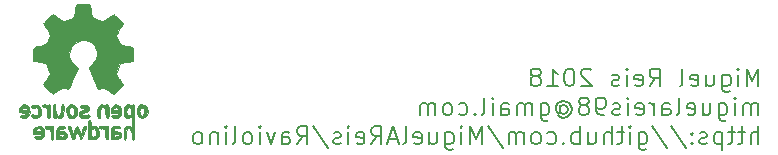
<source format=gbo>
G04 #@! TF.FileFunction,Legend,Bot*
%FSLAX46Y46*%
G04 Gerber Fmt 4.6, Leading zero omitted, Abs format (unit mm)*
G04 Created by KiCad (PCBNEW 4.0.7) date 04/25/18 19:10:17*
%MOMM*%
%LPD*%
G01*
G04 APERTURE LIST*
%ADD10C,0.100000*%
%ADD11C,0.200000*%
%ADD12C,0.010000*%
G04 APERTURE END LIST*
D10*
D11*
X175410857Y-80778571D02*
X175410857Y-79278571D01*
X174910857Y-80350000D01*
X174410857Y-79278571D01*
X174410857Y-80778571D01*
X173696571Y-80778571D02*
X173696571Y-79778571D01*
X173696571Y-79278571D02*
X173768000Y-79350000D01*
X173696571Y-79421429D01*
X173625143Y-79350000D01*
X173696571Y-79278571D01*
X173696571Y-79421429D01*
X172339428Y-79778571D02*
X172339428Y-80992857D01*
X172410857Y-81135714D01*
X172482285Y-81207143D01*
X172625142Y-81278571D01*
X172839428Y-81278571D01*
X172982285Y-81207143D01*
X172339428Y-80707143D02*
X172482285Y-80778571D01*
X172767999Y-80778571D01*
X172910857Y-80707143D01*
X172982285Y-80635714D01*
X173053714Y-80492857D01*
X173053714Y-80064286D01*
X172982285Y-79921429D01*
X172910857Y-79850000D01*
X172767999Y-79778571D01*
X172482285Y-79778571D01*
X172339428Y-79850000D01*
X170982285Y-79778571D02*
X170982285Y-80778571D01*
X171625142Y-79778571D02*
X171625142Y-80564286D01*
X171553714Y-80707143D01*
X171410856Y-80778571D01*
X171196571Y-80778571D01*
X171053714Y-80707143D01*
X170982285Y-80635714D01*
X169696571Y-80707143D02*
X169839428Y-80778571D01*
X170125142Y-80778571D01*
X170267999Y-80707143D01*
X170339428Y-80564286D01*
X170339428Y-79992857D01*
X170267999Y-79850000D01*
X170125142Y-79778571D01*
X169839428Y-79778571D01*
X169696571Y-79850000D01*
X169625142Y-79992857D01*
X169625142Y-80135714D01*
X170339428Y-80278571D01*
X168767999Y-80778571D02*
X168910857Y-80707143D01*
X168982285Y-80564286D01*
X168982285Y-79278571D01*
X166196571Y-80778571D02*
X166696571Y-80064286D01*
X167053714Y-80778571D02*
X167053714Y-79278571D01*
X166482286Y-79278571D01*
X166339428Y-79350000D01*
X166268000Y-79421429D01*
X166196571Y-79564286D01*
X166196571Y-79778571D01*
X166268000Y-79921429D01*
X166339428Y-79992857D01*
X166482286Y-80064286D01*
X167053714Y-80064286D01*
X164982286Y-80707143D02*
X165125143Y-80778571D01*
X165410857Y-80778571D01*
X165553714Y-80707143D01*
X165625143Y-80564286D01*
X165625143Y-79992857D01*
X165553714Y-79850000D01*
X165410857Y-79778571D01*
X165125143Y-79778571D01*
X164982286Y-79850000D01*
X164910857Y-79992857D01*
X164910857Y-80135714D01*
X165625143Y-80278571D01*
X164268000Y-80778571D02*
X164268000Y-79778571D01*
X164268000Y-79278571D02*
X164339429Y-79350000D01*
X164268000Y-79421429D01*
X164196572Y-79350000D01*
X164268000Y-79278571D01*
X164268000Y-79421429D01*
X163625143Y-80707143D02*
X163482286Y-80778571D01*
X163196571Y-80778571D01*
X163053714Y-80707143D01*
X162982286Y-80564286D01*
X162982286Y-80492857D01*
X163053714Y-80350000D01*
X163196571Y-80278571D01*
X163410857Y-80278571D01*
X163553714Y-80207143D01*
X163625143Y-80064286D01*
X163625143Y-79992857D01*
X163553714Y-79850000D01*
X163410857Y-79778571D01*
X163196571Y-79778571D01*
X163053714Y-79850000D01*
X161268000Y-79421429D02*
X161196571Y-79350000D01*
X161053714Y-79278571D01*
X160696571Y-79278571D01*
X160553714Y-79350000D01*
X160482285Y-79421429D01*
X160410857Y-79564286D01*
X160410857Y-79707143D01*
X160482285Y-79921429D01*
X161339428Y-80778571D01*
X160410857Y-80778571D01*
X159482286Y-79278571D02*
X159339429Y-79278571D01*
X159196572Y-79350000D01*
X159125143Y-79421429D01*
X159053714Y-79564286D01*
X158982286Y-79850000D01*
X158982286Y-80207143D01*
X159053714Y-80492857D01*
X159125143Y-80635714D01*
X159196572Y-80707143D01*
X159339429Y-80778571D01*
X159482286Y-80778571D01*
X159625143Y-80707143D01*
X159696572Y-80635714D01*
X159768000Y-80492857D01*
X159839429Y-80207143D01*
X159839429Y-79850000D01*
X159768000Y-79564286D01*
X159696572Y-79421429D01*
X159625143Y-79350000D01*
X159482286Y-79278571D01*
X157553715Y-80778571D02*
X158410858Y-80778571D01*
X157982286Y-80778571D02*
X157982286Y-79278571D01*
X158125143Y-79492857D01*
X158268001Y-79635714D01*
X158410858Y-79707143D01*
X156696572Y-79921429D02*
X156839430Y-79850000D01*
X156910858Y-79778571D01*
X156982287Y-79635714D01*
X156982287Y-79564286D01*
X156910858Y-79421429D01*
X156839430Y-79350000D01*
X156696572Y-79278571D01*
X156410858Y-79278571D01*
X156268001Y-79350000D01*
X156196572Y-79421429D01*
X156125144Y-79564286D01*
X156125144Y-79635714D01*
X156196572Y-79778571D01*
X156268001Y-79850000D01*
X156410858Y-79921429D01*
X156696572Y-79921429D01*
X156839430Y-79992857D01*
X156910858Y-80064286D01*
X156982287Y-80207143D01*
X156982287Y-80492857D01*
X156910858Y-80635714D01*
X156839430Y-80707143D01*
X156696572Y-80778571D01*
X156410858Y-80778571D01*
X156268001Y-80707143D01*
X156196572Y-80635714D01*
X156125144Y-80492857D01*
X156125144Y-80207143D01*
X156196572Y-80064286D01*
X156268001Y-79992857D01*
X156410858Y-79921429D01*
X175410857Y-83228571D02*
X175410857Y-82228571D01*
X175410857Y-82371429D02*
X175339429Y-82300000D01*
X175196571Y-82228571D01*
X174982286Y-82228571D01*
X174839429Y-82300000D01*
X174768000Y-82442857D01*
X174768000Y-83228571D01*
X174768000Y-82442857D02*
X174696571Y-82300000D01*
X174553714Y-82228571D01*
X174339429Y-82228571D01*
X174196571Y-82300000D01*
X174125143Y-82442857D01*
X174125143Y-83228571D01*
X173410857Y-83228571D02*
X173410857Y-82228571D01*
X173410857Y-81728571D02*
X173482286Y-81800000D01*
X173410857Y-81871429D01*
X173339429Y-81800000D01*
X173410857Y-81728571D01*
X173410857Y-81871429D01*
X172053714Y-82228571D02*
X172053714Y-83442857D01*
X172125143Y-83585714D01*
X172196571Y-83657143D01*
X172339428Y-83728571D01*
X172553714Y-83728571D01*
X172696571Y-83657143D01*
X172053714Y-83157143D02*
X172196571Y-83228571D01*
X172482285Y-83228571D01*
X172625143Y-83157143D01*
X172696571Y-83085714D01*
X172768000Y-82942857D01*
X172768000Y-82514286D01*
X172696571Y-82371429D01*
X172625143Y-82300000D01*
X172482285Y-82228571D01*
X172196571Y-82228571D01*
X172053714Y-82300000D01*
X170696571Y-82228571D02*
X170696571Y-83228571D01*
X171339428Y-82228571D02*
X171339428Y-83014286D01*
X171268000Y-83157143D01*
X171125142Y-83228571D01*
X170910857Y-83228571D01*
X170768000Y-83157143D01*
X170696571Y-83085714D01*
X169410857Y-83157143D02*
X169553714Y-83228571D01*
X169839428Y-83228571D01*
X169982285Y-83157143D01*
X170053714Y-83014286D01*
X170053714Y-82442857D01*
X169982285Y-82300000D01*
X169839428Y-82228571D01*
X169553714Y-82228571D01*
X169410857Y-82300000D01*
X169339428Y-82442857D01*
X169339428Y-82585714D01*
X170053714Y-82728571D01*
X168482285Y-83228571D02*
X168625143Y-83157143D01*
X168696571Y-83014286D01*
X168696571Y-81728571D01*
X167268000Y-83228571D02*
X167268000Y-82442857D01*
X167339429Y-82300000D01*
X167482286Y-82228571D01*
X167768000Y-82228571D01*
X167910857Y-82300000D01*
X167268000Y-83157143D02*
X167410857Y-83228571D01*
X167768000Y-83228571D01*
X167910857Y-83157143D01*
X167982286Y-83014286D01*
X167982286Y-82871429D01*
X167910857Y-82728571D01*
X167768000Y-82657143D01*
X167410857Y-82657143D01*
X167268000Y-82585714D01*
X166553714Y-83228571D02*
X166553714Y-82228571D01*
X166553714Y-82514286D02*
X166482286Y-82371429D01*
X166410857Y-82300000D01*
X166268000Y-82228571D01*
X166125143Y-82228571D01*
X165053715Y-83157143D02*
X165196572Y-83228571D01*
X165482286Y-83228571D01*
X165625143Y-83157143D01*
X165696572Y-83014286D01*
X165696572Y-82442857D01*
X165625143Y-82300000D01*
X165482286Y-82228571D01*
X165196572Y-82228571D01*
X165053715Y-82300000D01*
X164982286Y-82442857D01*
X164982286Y-82585714D01*
X165696572Y-82728571D01*
X164339429Y-83228571D02*
X164339429Y-82228571D01*
X164339429Y-81728571D02*
X164410858Y-81800000D01*
X164339429Y-81871429D01*
X164268001Y-81800000D01*
X164339429Y-81728571D01*
X164339429Y-81871429D01*
X163696572Y-83157143D02*
X163553715Y-83228571D01*
X163268000Y-83228571D01*
X163125143Y-83157143D01*
X163053715Y-83014286D01*
X163053715Y-82942857D01*
X163125143Y-82800000D01*
X163268000Y-82728571D01*
X163482286Y-82728571D01*
X163625143Y-82657143D01*
X163696572Y-82514286D01*
X163696572Y-82442857D01*
X163625143Y-82300000D01*
X163482286Y-82228571D01*
X163268000Y-82228571D01*
X163125143Y-82300000D01*
X162339429Y-83228571D02*
X162053714Y-83228571D01*
X161910857Y-83157143D01*
X161839429Y-83085714D01*
X161696571Y-82871429D01*
X161625143Y-82585714D01*
X161625143Y-82014286D01*
X161696571Y-81871429D01*
X161768000Y-81800000D01*
X161910857Y-81728571D01*
X162196571Y-81728571D01*
X162339429Y-81800000D01*
X162410857Y-81871429D01*
X162482286Y-82014286D01*
X162482286Y-82371429D01*
X162410857Y-82514286D01*
X162339429Y-82585714D01*
X162196571Y-82657143D01*
X161910857Y-82657143D01*
X161768000Y-82585714D01*
X161696571Y-82514286D01*
X161625143Y-82371429D01*
X160768000Y-82371429D02*
X160910858Y-82300000D01*
X160982286Y-82228571D01*
X161053715Y-82085714D01*
X161053715Y-82014286D01*
X160982286Y-81871429D01*
X160910858Y-81800000D01*
X160768000Y-81728571D01*
X160482286Y-81728571D01*
X160339429Y-81800000D01*
X160268000Y-81871429D01*
X160196572Y-82014286D01*
X160196572Y-82085714D01*
X160268000Y-82228571D01*
X160339429Y-82300000D01*
X160482286Y-82371429D01*
X160768000Y-82371429D01*
X160910858Y-82442857D01*
X160982286Y-82514286D01*
X161053715Y-82657143D01*
X161053715Y-82942857D01*
X160982286Y-83085714D01*
X160910858Y-83157143D01*
X160768000Y-83228571D01*
X160482286Y-83228571D01*
X160339429Y-83157143D01*
X160268000Y-83085714D01*
X160196572Y-82942857D01*
X160196572Y-82657143D01*
X160268000Y-82514286D01*
X160339429Y-82442857D01*
X160482286Y-82371429D01*
X158625144Y-82514286D02*
X158696572Y-82442857D01*
X158839429Y-82371429D01*
X158982287Y-82371429D01*
X159125144Y-82442857D01*
X159196572Y-82514286D01*
X159268001Y-82657143D01*
X159268001Y-82800000D01*
X159196572Y-82942857D01*
X159125144Y-83014286D01*
X158982287Y-83085714D01*
X158839429Y-83085714D01*
X158696572Y-83014286D01*
X158625144Y-82942857D01*
X158625144Y-82371429D02*
X158625144Y-82942857D01*
X158553715Y-83014286D01*
X158482287Y-83014286D01*
X158339429Y-82942857D01*
X158268001Y-82800000D01*
X158268001Y-82442857D01*
X158410858Y-82228571D01*
X158625144Y-82085714D01*
X158910858Y-82014286D01*
X159196572Y-82085714D01*
X159410858Y-82228571D01*
X159553715Y-82442857D01*
X159625144Y-82728571D01*
X159553715Y-83014286D01*
X159410858Y-83228571D01*
X159196572Y-83371429D01*
X158910858Y-83442857D01*
X158625144Y-83371429D01*
X158410858Y-83228571D01*
X156982287Y-82228571D02*
X156982287Y-83442857D01*
X157053716Y-83585714D01*
X157125144Y-83657143D01*
X157268001Y-83728571D01*
X157482287Y-83728571D01*
X157625144Y-83657143D01*
X156982287Y-83157143D02*
X157125144Y-83228571D01*
X157410858Y-83228571D01*
X157553716Y-83157143D01*
X157625144Y-83085714D01*
X157696573Y-82942857D01*
X157696573Y-82514286D01*
X157625144Y-82371429D01*
X157553716Y-82300000D01*
X157410858Y-82228571D01*
X157125144Y-82228571D01*
X156982287Y-82300000D01*
X156268001Y-83228571D02*
X156268001Y-82228571D01*
X156268001Y-82371429D02*
X156196573Y-82300000D01*
X156053715Y-82228571D01*
X155839430Y-82228571D01*
X155696573Y-82300000D01*
X155625144Y-82442857D01*
X155625144Y-83228571D01*
X155625144Y-82442857D02*
X155553715Y-82300000D01*
X155410858Y-82228571D01*
X155196573Y-82228571D01*
X155053715Y-82300000D01*
X154982287Y-82442857D01*
X154982287Y-83228571D01*
X153625144Y-83228571D02*
X153625144Y-82442857D01*
X153696573Y-82300000D01*
X153839430Y-82228571D01*
X154125144Y-82228571D01*
X154268001Y-82300000D01*
X153625144Y-83157143D02*
X153768001Y-83228571D01*
X154125144Y-83228571D01*
X154268001Y-83157143D01*
X154339430Y-83014286D01*
X154339430Y-82871429D01*
X154268001Y-82728571D01*
X154125144Y-82657143D01*
X153768001Y-82657143D01*
X153625144Y-82585714D01*
X152910858Y-83228571D02*
X152910858Y-82228571D01*
X152910858Y-81728571D02*
X152982287Y-81800000D01*
X152910858Y-81871429D01*
X152839430Y-81800000D01*
X152910858Y-81728571D01*
X152910858Y-81871429D01*
X151982286Y-83228571D02*
X152125144Y-83157143D01*
X152196572Y-83014286D01*
X152196572Y-81728571D01*
X151410858Y-83085714D02*
X151339430Y-83157143D01*
X151410858Y-83228571D01*
X151482287Y-83157143D01*
X151410858Y-83085714D01*
X151410858Y-83228571D01*
X150053715Y-83157143D02*
X150196572Y-83228571D01*
X150482286Y-83228571D01*
X150625144Y-83157143D01*
X150696572Y-83085714D01*
X150768001Y-82942857D01*
X150768001Y-82514286D01*
X150696572Y-82371429D01*
X150625144Y-82300000D01*
X150482286Y-82228571D01*
X150196572Y-82228571D01*
X150053715Y-82300000D01*
X149196572Y-83228571D02*
X149339430Y-83157143D01*
X149410858Y-83085714D01*
X149482287Y-82942857D01*
X149482287Y-82514286D01*
X149410858Y-82371429D01*
X149339430Y-82300000D01*
X149196572Y-82228571D01*
X148982287Y-82228571D01*
X148839430Y-82300000D01*
X148768001Y-82371429D01*
X148696572Y-82514286D01*
X148696572Y-82942857D01*
X148768001Y-83085714D01*
X148839430Y-83157143D01*
X148982287Y-83228571D01*
X149196572Y-83228571D01*
X148053715Y-83228571D02*
X148053715Y-82228571D01*
X148053715Y-82371429D02*
X147982287Y-82300000D01*
X147839429Y-82228571D01*
X147625144Y-82228571D01*
X147482287Y-82300000D01*
X147410858Y-82442857D01*
X147410858Y-83228571D01*
X147410858Y-82442857D02*
X147339429Y-82300000D01*
X147196572Y-82228571D01*
X146982287Y-82228571D01*
X146839429Y-82300000D01*
X146768001Y-82442857D01*
X146768001Y-83228571D01*
X175410857Y-85678571D02*
X175410857Y-84178571D01*
X174768000Y-85678571D02*
X174768000Y-84892857D01*
X174839429Y-84750000D01*
X174982286Y-84678571D01*
X175196571Y-84678571D01*
X175339429Y-84750000D01*
X175410857Y-84821429D01*
X174268000Y-84678571D02*
X173696571Y-84678571D01*
X174053714Y-84178571D02*
X174053714Y-85464286D01*
X173982286Y-85607143D01*
X173839428Y-85678571D01*
X173696571Y-85678571D01*
X173410857Y-84678571D02*
X172839428Y-84678571D01*
X173196571Y-84178571D02*
X173196571Y-85464286D01*
X173125143Y-85607143D01*
X172982285Y-85678571D01*
X172839428Y-85678571D01*
X172339428Y-84678571D02*
X172339428Y-86178571D01*
X172339428Y-84750000D02*
X172196571Y-84678571D01*
X171910857Y-84678571D01*
X171768000Y-84750000D01*
X171696571Y-84821429D01*
X171625142Y-84964286D01*
X171625142Y-85392857D01*
X171696571Y-85535714D01*
X171768000Y-85607143D01*
X171910857Y-85678571D01*
X172196571Y-85678571D01*
X172339428Y-85607143D01*
X171053714Y-85607143D02*
X170910857Y-85678571D01*
X170625142Y-85678571D01*
X170482285Y-85607143D01*
X170410857Y-85464286D01*
X170410857Y-85392857D01*
X170482285Y-85250000D01*
X170625142Y-85178571D01*
X170839428Y-85178571D01*
X170982285Y-85107143D01*
X171053714Y-84964286D01*
X171053714Y-84892857D01*
X170982285Y-84750000D01*
X170839428Y-84678571D01*
X170625142Y-84678571D01*
X170482285Y-84750000D01*
X169767999Y-85535714D02*
X169696571Y-85607143D01*
X169767999Y-85678571D01*
X169839428Y-85607143D01*
X169767999Y-85535714D01*
X169767999Y-85678571D01*
X169767999Y-84750000D02*
X169696571Y-84821429D01*
X169767999Y-84892857D01*
X169839428Y-84821429D01*
X169767999Y-84750000D01*
X169767999Y-84892857D01*
X167982285Y-84107143D02*
X169267999Y-86035714D01*
X166410856Y-84107143D02*
X167696570Y-86035714D01*
X165267998Y-84678571D02*
X165267998Y-85892857D01*
X165339427Y-86035714D01*
X165410855Y-86107143D01*
X165553712Y-86178571D01*
X165767998Y-86178571D01*
X165910855Y-86107143D01*
X165267998Y-85607143D02*
X165410855Y-85678571D01*
X165696569Y-85678571D01*
X165839427Y-85607143D01*
X165910855Y-85535714D01*
X165982284Y-85392857D01*
X165982284Y-84964286D01*
X165910855Y-84821429D01*
X165839427Y-84750000D01*
X165696569Y-84678571D01*
X165410855Y-84678571D01*
X165267998Y-84750000D01*
X164553712Y-85678571D02*
X164553712Y-84678571D01*
X164553712Y-84178571D02*
X164625141Y-84250000D01*
X164553712Y-84321429D01*
X164482284Y-84250000D01*
X164553712Y-84178571D01*
X164553712Y-84321429D01*
X164053712Y-84678571D02*
X163482283Y-84678571D01*
X163839426Y-84178571D02*
X163839426Y-85464286D01*
X163767998Y-85607143D01*
X163625140Y-85678571D01*
X163482283Y-85678571D01*
X162982283Y-85678571D02*
X162982283Y-84178571D01*
X162339426Y-85678571D02*
X162339426Y-84892857D01*
X162410855Y-84750000D01*
X162553712Y-84678571D01*
X162767997Y-84678571D01*
X162910855Y-84750000D01*
X162982283Y-84821429D01*
X160982283Y-84678571D02*
X160982283Y-85678571D01*
X161625140Y-84678571D02*
X161625140Y-85464286D01*
X161553712Y-85607143D01*
X161410854Y-85678571D01*
X161196569Y-85678571D01*
X161053712Y-85607143D01*
X160982283Y-85535714D01*
X160267997Y-85678571D02*
X160267997Y-84178571D01*
X160267997Y-84750000D02*
X160125140Y-84678571D01*
X159839426Y-84678571D01*
X159696569Y-84750000D01*
X159625140Y-84821429D01*
X159553711Y-84964286D01*
X159553711Y-85392857D01*
X159625140Y-85535714D01*
X159696569Y-85607143D01*
X159839426Y-85678571D01*
X160125140Y-85678571D01*
X160267997Y-85607143D01*
X158910854Y-85535714D02*
X158839426Y-85607143D01*
X158910854Y-85678571D01*
X158982283Y-85607143D01*
X158910854Y-85535714D01*
X158910854Y-85678571D01*
X157553711Y-85607143D02*
X157696568Y-85678571D01*
X157982282Y-85678571D01*
X158125140Y-85607143D01*
X158196568Y-85535714D01*
X158267997Y-85392857D01*
X158267997Y-84964286D01*
X158196568Y-84821429D01*
X158125140Y-84750000D01*
X157982282Y-84678571D01*
X157696568Y-84678571D01*
X157553711Y-84750000D01*
X156696568Y-85678571D02*
X156839426Y-85607143D01*
X156910854Y-85535714D01*
X156982283Y-85392857D01*
X156982283Y-84964286D01*
X156910854Y-84821429D01*
X156839426Y-84750000D01*
X156696568Y-84678571D01*
X156482283Y-84678571D01*
X156339426Y-84750000D01*
X156267997Y-84821429D01*
X156196568Y-84964286D01*
X156196568Y-85392857D01*
X156267997Y-85535714D01*
X156339426Y-85607143D01*
X156482283Y-85678571D01*
X156696568Y-85678571D01*
X155553711Y-85678571D02*
X155553711Y-84678571D01*
X155553711Y-84821429D02*
X155482283Y-84750000D01*
X155339425Y-84678571D01*
X155125140Y-84678571D01*
X154982283Y-84750000D01*
X154910854Y-84892857D01*
X154910854Y-85678571D01*
X154910854Y-84892857D02*
X154839425Y-84750000D01*
X154696568Y-84678571D01*
X154482283Y-84678571D01*
X154339425Y-84750000D01*
X154267997Y-84892857D01*
X154267997Y-85678571D01*
X152482283Y-84107143D02*
X153767997Y-86035714D01*
X151982282Y-85678571D02*
X151982282Y-84178571D01*
X151482282Y-85250000D01*
X150982282Y-84178571D01*
X150982282Y-85678571D01*
X150267996Y-85678571D02*
X150267996Y-84678571D01*
X150267996Y-84178571D02*
X150339425Y-84250000D01*
X150267996Y-84321429D01*
X150196568Y-84250000D01*
X150267996Y-84178571D01*
X150267996Y-84321429D01*
X148910853Y-84678571D02*
X148910853Y-85892857D01*
X148982282Y-86035714D01*
X149053710Y-86107143D01*
X149196567Y-86178571D01*
X149410853Y-86178571D01*
X149553710Y-86107143D01*
X148910853Y-85607143D02*
X149053710Y-85678571D01*
X149339424Y-85678571D01*
X149482282Y-85607143D01*
X149553710Y-85535714D01*
X149625139Y-85392857D01*
X149625139Y-84964286D01*
X149553710Y-84821429D01*
X149482282Y-84750000D01*
X149339424Y-84678571D01*
X149053710Y-84678571D01*
X148910853Y-84750000D01*
X147553710Y-84678571D02*
X147553710Y-85678571D01*
X148196567Y-84678571D02*
X148196567Y-85464286D01*
X148125139Y-85607143D01*
X147982281Y-85678571D01*
X147767996Y-85678571D01*
X147625139Y-85607143D01*
X147553710Y-85535714D01*
X146267996Y-85607143D02*
X146410853Y-85678571D01*
X146696567Y-85678571D01*
X146839424Y-85607143D01*
X146910853Y-85464286D01*
X146910853Y-84892857D01*
X146839424Y-84750000D01*
X146696567Y-84678571D01*
X146410853Y-84678571D01*
X146267996Y-84750000D01*
X146196567Y-84892857D01*
X146196567Y-85035714D01*
X146910853Y-85178571D01*
X145339424Y-85678571D02*
X145482282Y-85607143D01*
X145553710Y-85464286D01*
X145553710Y-84178571D01*
X144839425Y-85250000D02*
X144125139Y-85250000D01*
X144982282Y-85678571D02*
X144482282Y-84178571D01*
X143982282Y-85678571D01*
X142625139Y-85678571D02*
X143125139Y-84964286D01*
X143482282Y-85678571D02*
X143482282Y-84178571D01*
X142910854Y-84178571D01*
X142767996Y-84250000D01*
X142696568Y-84321429D01*
X142625139Y-84464286D01*
X142625139Y-84678571D01*
X142696568Y-84821429D01*
X142767996Y-84892857D01*
X142910854Y-84964286D01*
X143482282Y-84964286D01*
X141410854Y-85607143D02*
X141553711Y-85678571D01*
X141839425Y-85678571D01*
X141982282Y-85607143D01*
X142053711Y-85464286D01*
X142053711Y-84892857D01*
X141982282Y-84750000D01*
X141839425Y-84678571D01*
X141553711Y-84678571D01*
X141410854Y-84750000D01*
X141339425Y-84892857D01*
X141339425Y-85035714D01*
X142053711Y-85178571D01*
X140696568Y-85678571D02*
X140696568Y-84678571D01*
X140696568Y-84178571D02*
X140767997Y-84250000D01*
X140696568Y-84321429D01*
X140625140Y-84250000D01*
X140696568Y-84178571D01*
X140696568Y-84321429D01*
X140053711Y-85607143D02*
X139910854Y-85678571D01*
X139625139Y-85678571D01*
X139482282Y-85607143D01*
X139410854Y-85464286D01*
X139410854Y-85392857D01*
X139482282Y-85250000D01*
X139625139Y-85178571D01*
X139839425Y-85178571D01*
X139982282Y-85107143D01*
X140053711Y-84964286D01*
X140053711Y-84892857D01*
X139982282Y-84750000D01*
X139839425Y-84678571D01*
X139625139Y-84678571D01*
X139482282Y-84750000D01*
X137696568Y-84107143D02*
X138982282Y-86035714D01*
X136339424Y-85678571D02*
X136839424Y-84964286D01*
X137196567Y-85678571D02*
X137196567Y-84178571D01*
X136625139Y-84178571D01*
X136482281Y-84250000D01*
X136410853Y-84321429D01*
X136339424Y-84464286D01*
X136339424Y-84678571D01*
X136410853Y-84821429D01*
X136482281Y-84892857D01*
X136625139Y-84964286D01*
X137196567Y-84964286D01*
X135053710Y-85678571D02*
X135053710Y-84892857D01*
X135125139Y-84750000D01*
X135267996Y-84678571D01*
X135553710Y-84678571D01*
X135696567Y-84750000D01*
X135053710Y-85607143D02*
X135196567Y-85678571D01*
X135553710Y-85678571D01*
X135696567Y-85607143D01*
X135767996Y-85464286D01*
X135767996Y-85321429D01*
X135696567Y-85178571D01*
X135553710Y-85107143D01*
X135196567Y-85107143D01*
X135053710Y-85035714D01*
X134482281Y-84678571D02*
X134125138Y-85678571D01*
X133767996Y-84678571D01*
X133196567Y-85678571D02*
X133196567Y-84678571D01*
X133196567Y-84178571D02*
X133267996Y-84250000D01*
X133196567Y-84321429D01*
X133125139Y-84250000D01*
X133196567Y-84178571D01*
X133196567Y-84321429D01*
X132267995Y-85678571D02*
X132410853Y-85607143D01*
X132482281Y-85535714D01*
X132553710Y-85392857D01*
X132553710Y-84964286D01*
X132482281Y-84821429D01*
X132410853Y-84750000D01*
X132267995Y-84678571D01*
X132053710Y-84678571D01*
X131910853Y-84750000D01*
X131839424Y-84821429D01*
X131767995Y-84964286D01*
X131767995Y-85392857D01*
X131839424Y-85535714D01*
X131910853Y-85607143D01*
X132053710Y-85678571D01*
X132267995Y-85678571D01*
X130910852Y-85678571D02*
X131053710Y-85607143D01*
X131125138Y-85464286D01*
X131125138Y-84178571D01*
X130339424Y-85678571D02*
X130339424Y-84678571D01*
X130339424Y-84178571D02*
X130410853Y-84250000D01*
X130339424Y-84321429D01*
X130267996Y-84250000D01*
X130339424Y-84178571D01*
X130339424Y-84321429D01*
X129625138Y-84678571D02*
X129625138Y-85678571D01*
X129625138Y-84821429D02*
X129553710Y-84750000D01*
X129410852Y-84678571D01*
X129196567Y-84678571D01*
X129053710Y-84750000D01*
X128982281Y-84892857D01*
X128982281Y-85678571D01*
X128053709Y-85678571D02*
X128196567Y-85607143D01*
X128267995Y-85535714D01*
X128339424Y-85392857D01*
X128339424Y-84964286D01*
X128267995Y-84821429D01*
X128196567Y-84750000D01*
X128053709Y-84678571D01*
X127839424Y-84678571D01*
X127696567Y-84750000D01*
X127625138Y-84821429D01*
X127553709Y-84964286D01*
X127553709Y-85392857D01*
X127625138Y-85535714D01*
X127696567Y-85607143D01*
X127839424Y-85678571D01*
X128053709Y-85678571D01*
D12*
G36*
X122375265Y-82331470D02*
X122364500Y-82361734D01*
X122325629Y-82395034D01*
X122241675Y-82361734D01*
X122029944Y-82300057D01*
X121857420Y-82352527D01*
X121734576Y-82509587D01*
X121671886Y-82761676D01*
X121666000Y-82887113D01*
X121694876Y-83183603D01*
X121784410Y-83370389D01*
X121938969Y-83451610D01*
X122162917Y-83431402D01*
X122221625Y-83413856D01*
X122298428Y-83395576D01*
X122341198Y-83421417D01*
X122359879Y-83516714D01*
X122364412Y-83706803D01*
X122364500Y-83777928D01*
X122364500Y-84188915D01*
X122121872Y-84156371D01*
X121921687Y-84151270D01*
X121787630Y-84210537D01*
X121708204Y-84350625D01*
X121671911Y-84587991D01*
X121666000Y-84808785D01*
X121671070Y-85058624D01*
X121689378Y-85204779D01*
X121725574Y-85270274D01*
X121761250Y-85280500D01*
X121818395Y-85249447D01*
X121847993Y-85140322D01*
X121856500Y-84929174D01*
X121856501Y-84927075D01*
X121878432Y-84617753D01*
X121945893Y-84422106D01*
X122061386Y-84334320D01*
X122114306Y-84328000D01*
X122238189Y-84387401D01*
X122321519Y-84560616D01*
X122361365Y-84840157D01*
X122364500Y-84967133D01*
X122374952Y-85165345D01*
X122411062Y-85261389D01*
X122459750Y-85280500D01*
X122490338Y-85265823D01*
X122513736Y-85212215D01*
X122530862Y-85105312D01*
X122542633Y-84930747D01*
X122549967Y-84674155D01*
X122553779Y-84321172D01*
X122554987Y-83857432D01*
X122555000Y-83788250D01*
X122554064Y-83309053D01*
X122550642Y-82942481D01*
X122548543Y-82859934D01*
X122335443Y-82859934D01*
X122330969Y-82962198D01*
X122283616Y-83113653D01*
X122271243Y-83153250D01*
X122195032Y-83240095D01*
X122078644Y-83240573D01*
X121965771Y-83163687D01*
X121916343Y-83080131D01*
X121884170Y-82880075D01*
X121928153Y-82701204D01*
X122034081Y-82583759D01*
X122099497Y-82561471D01*
X122223548Y-82585875D01*
X122299117Y-82703795D01*
X122335443Y-82859934D01*
X122548543Y-82859934D01*
X122543818Y-82674169D01*
X122532676Y-82489752D01*
X122516298Y-82374863D01*
X122493767Y-82315139D01*
X122464166Y-82296212D01*
X122459750Y-82296000D01*
X122375265Y-82331470D01*
X122375265Y-82331470D01*
G37*
X122375265Y-82331470D02*
X122364500Y-82361734D01*
X122325629Y-82395034D01*
X122241675Y-82361734D01*
X122029944Y-82300057D01*
X121857420Y-82352527D01*
X121734576Y-82509587D01*
X121671886Y-82761676D01*
X121666000Y-82887113D01*
X121694876Y-83183603D01*
X121784410Y-83370389D01*
X121938969Y-83451610D01*
X122162917Y-83431402D01*
X122221625Y-83413856D01*
X122298428Y-83395576D01*
X122341198Y-83421417D01*
X122359879Y-83516714D01*
X122364412Y-83706803D01*
X122364500Y-83777928D01*
X122364500Y-84188915D01*
X122121872Y-84156371D01*
X121921687Y-84151270D01*
X121787630Y-84210537D01*
X121708204Y-84350625D01*
X121671911Y-84587991D01*
X121666000Y-84808785D01*
X121671070Y-85058624D01*
X121689378Y-85204779D01*
X121725574Y-85270274D01*
X121761250Y-85280500D01*
X121818395Y-85249447D01*
X121847993Y-85140322D01*
X121856500Y-84929174D01*
X121856501Y-84927075D01*
X121878432Y-84617753D01*
X121945893Y-84422106D01*
X122061386Y-84334320D01*
X122114306Y-84328000D01*
X122238189Y-84387401D01*
X122321519Y-84560616D01*
X122361365Y-84840157D01*
X122364500Y-84967133D01*
X122374952Y-85165345D01*
X122411062Y-85261389D01*
X122459750Y-85280500D01*
X122490338Y-85265823D01*
X122513736Y-85212215D01*
X122530862Y-85105312D01*
X122542633Y-84930747D01*
X122549967Y-84674155D01*
X122553779Y-84321172D01*
X122554987Y-83857432D01*
X122555000Y-83788250D01*
X122554064Y-83309053D01*
X122550642Y-82942481D01*
X122548543Y-82859934D01*
X122335443Y-82859934D01*
X122330969Y-82962198D01*
X122283616Y-83113653D01*
X122271243Y-83153250D01*
X122195032Y-83240095D01*
X122078644Y-83240573D01*
X121965771Y-83163687D01*
X121916343Y-83080131D01*
X121884170Y-82880075D01*
X121928153Y-82701204D01*
X122034081Y-82583759D01*
X122099497Y-82561471D01*
X122223548Y-82585875D01*
X122299117Y-82703795D01*
X122335443Y-82859934D01*
X122548543Y-82859934D01*
X122543818Y-82674169D01*
X122532676Y-82489752D01*
X122516298Y-82374863D01*
X122493767Y-82315139D01*
X122464166Y-82296212D01*
X122459750Y-82296000D01*
X122375265Y-82331470D01*
G36*
X120863497Y-84153118D02*
X120716974Y-84209096D01*
X120631937Y-84337349D01*
X120593568Y-84557082D01*
X120586500Y-84797954D01*
X120586500Y-85258836D01*
X120895294Y-85265870D01*
X121132064Y-85248830D01*
X121312995Y-85193953D01*
X121339794Y-85177851D01*
X121450965Y-85032232D01*
X121463906Y-84867468D01*
X121269139Y-84867468D01*
X121253250Y-84963000D01*
X121180731Y-84999964D01*
X121051864Y-85023348D01*
X120921602Y-85028232D01*
X120844899Y-85009699D01*
X120840500Y-84999943D01*
X120820746Y-84925300D01*
X120801957Y-84872943D01*
X120801241Y-84804803D01*
X120886546Y-84776219D01*
X120988709Y-84772500D01*
X121178779Y-84797768D01*
X121269139Y-84867468D01*
X121463906Y-84867468D01*
X121465196Y-84851050D01*
X121378819Y-84684932D01*
X121375715Y-84681785D01*
X121242955Y-84613486D01*
X121049237Y-84582361D01*
X121026465Y-84582000D01*
X120851408Y-84570701D01*
X120785758Y-84526612D01*
X120813136Y-84434444D01*
X120833011Y-84401443D01*
X120941280Y-84343169D01*
X121133664Y-84337943D01*
X121301574Y-84339892D01*
X121372803Y-84300830D01*
X121380250Y-84264500D01*
X121336064Y-84197971D01*
X121191842Y-84160005D01*
X121086326Y-84150210D01*
X120863497Y-84153118D01*
X120863497Y-84153118D01*
G37*
X120863497Y-84153118D02*
X120716974Y-84209096D01*
X120631937Y-84337349D01*
X120593568Y-84557082D01*
X120586500Y-84797954D01*
X120586500Y-85258836D01*
X120895294Y-85265870D01*
X121132064Y-85248830D01*
X121312995Y-85193953D01*
X121339794Y-85177851D01*
X121450965Y-85032232D01*
X121463906Y-84867468D01*
X121269139Y-84867468D01*
X121253250Y-84963000D01*
X121180731Y-84999964D01*
X121051864Y-85023348D01*
X120921602Y-85028232D01*
X120844899Y-85009699D01*
X120840500Y-84999943D01*
X120820746Y-84925300D01*
X120801957Y-84872943D01*
X120801241Y-84804803D01*
X120886546Y-84776219D01*
X120988709Y-84772500D01*
X121178779Y-84797768D01*
X121269139Y-84867468D01*
X121463906Y-84867468D01*
X121465196Y-84851050D01*
X121378819Y-84684932D01*
X121375715Y-84681785D01*
X121242955Y-84613486D01*
X121049237Y-84582361D01*
X121026465Y-84582000D01*
X120851408Y-84570701D01*
X120785758Y-84526612D01*
X120813136Y-84434444D01*
X120833011Y-84401443D01*
X120941280Y-84343169D01*
X121133664Y-84337943D01*
X121301574Y-84339892D01*
X121372803Y-84300830D01*
X121380250Y-84264500D01*
X121336064Y-84197971D01*
X121191842Y-84160005D01*
X121086326Y-84150210D01*
X120863497Y-84153118D01*
G36*
X119750603Y-84151171D02*
X119612550Y-84170573D01*
X119570500Y-84194687D01*
X119611389Y-84276686D01*
X119697055Y-84345258D01*
X119772002Y-84357940D01*
X119777933Y-84353401D01*
X119860825Y-84340376D01*
X119943891Y-84357334D01*
X120014996Y-84397787D01*
X120057508Y-84483031D01*
X120081000Y-84643246D01*
X120091551Y-84822851D01*
X120108046Y-85058290D01*
X120136827Y-85193747D01*
X120185740Y-85256161D01*
X120221375Y-85268624D01*
X120274396Y-85266112D01*
X120307381Y-85218766D01*
X120324945Y-85103813D01*
X120331708Y-84898477D01*
X120332500Y-84720481D01*
X120332500Y-84151151D01*
X119951500Y-84145787D01*
X119750603Y-84151171D01*
X119750603Y-84151171D01*
G37*
X119750603Y-84151171D02*
X119612550Y-84170573D01*
X119570500Y-84194687D01*
X119611389Y-84276686D01*
X119697055Y-84345258D01*
X119772002Y-84357940D01*
X119777933Y-84353401D01*
X119860825Y-84340376D01*
X119943891Y-84357334D01*
X120014996Y-84397787D01*
X120057508Y-84483031D01*
X120081000Y-84643246D01*
X120091551Y-84822851D01*
X120108046Y-85058290D01*
X120136827Y-85193747D01*
X120185740Y-85256161D01*
X120221375Y-85268624D01*
X120274396Y-85266112D01*
X120307381Y-85218766D01*
X120324945Y-85103813D01*
X120331708Y-84898477D01*
X120332500Y-84720481D01*
X120332500Y-84151151D01*
X119951500Y-84145787D01*
X119750603Y-84151171D01*
G36*
X118713531Y-83664319D02*
X118680555Y-83725377D01*
X118658582Y-83845541D01*
X118644246Y-84045686D01*
X118634178Y-84346684D01*
X118631911Y-84441137D01*
X118626381Y-84772918D01*
X118629230Y-84999079D01*
X118642683Y-85140849D01*
X118668967Y-85219459D01*
X118710307Y-85256139D01*
X118717695Y-85259242D01*
X118827014Y-85259718D01*
X118864210Y-85229604D01*
X118946312Y-85195447D01*
X119000676Y-85219379D01*
X119183080Y-85276163D01*
X119353199Y-85232843D01*
X119354619Y-85231902D01*
X119478081Y-85081968D01*
X119550557Y-84859067D01*
X119560408Y-84706191D01*
X119316500Y-84706191D01*
X119303885Y-84897581D01*
X119251337Y-84993731D01*
X119136804Y-85025140D01*
X119084877Y-85026500D01*
X118952780Y-84979821D01*
X118899697Y-84874208D01*
X118878050Y-84637132D01*
X118933341Y-84449757D01*
X119009553Y-84369917D01*
X119141008Y-84343154D01*
X119246278Y-84423776D01*
X119307722Y-84592457D01*
X119316500Y-84706191D01*
X119560408Y-84706191D01*
X119566688Y-84608754D01*
X119521112Y-84376586D01*
X119467496Y-84272698D01*
X119370165Y-84174185D01*
X119236704Y-84143239D01*
X119118246Y-84149122D01*
X118872000Y-84172606D01*
X118872000Y-83896396D01*
X118863428Y-83723288D01*
X118829433Y-83648029D01*
X118760875Y-83641492D01*
X118713531Y-83664319D01*
X118713531Y-83664319D01*
G37*
X118713531Y-83664319D02*
X118680555Y-83725377D01*
X118658582Y-83845541D01*
X118644246Y-84045686D01*
X118634178Y-84346684D01*
X118631911Y-84441137D01*
X118626381Y-84772918D01*
X118629230Y-84999079D01*
X118642683Y-85140849D01*
X118668967Y-85219459D01*
X118710307Y-85256139D01*
X118717695Y-85259242D01*
X118827014Y-85259718D01*
X118864210Y-85229604D01*
X118946312Y-85195447D01*
X119000676Y-85219379D01*
X119183080Y-85276163D01*
X119353199Y-85232843D01*
X119354619Y-85231902D01*
X119478081Y-85081968D01*
X119550557Y-84859067D01*
X119560408Y-84706191D01*
X119316500Y-84706191D01*
X119303885Y-84897581D01*
X119251337Y-84993731D01*
X119136804Y-85025140D01*
X119084877Y-85026500D01*
X118952780Y-84979821D01*
X118899697Y-84874208D01*
X118878050Y-84637132D01*
X118933341Y-84449757D01*
X119009553Y-84369917D01*
X119141008Y-84343154D01*
X119246278Y-84423776D01*
X119307722Y-84592457D01*
X119316500Y-84706191D01*
X119560408Y-84706191D01*
X119566688Y-84608754D01*
X119521112Y-84376586D01*
X119467496Y-84272698D01*
X119370165Y-84174185D01*
X119236704Y-84143239D01*
X119118246Y-84149122D01*
X118872000Y-84172606D01*
X118872000Y-83896396D01*
X118863428Y-83723288D01*
X118829433Y-83648029D01*
X118760875Y-83641492D01*
X118713531Y-83664319D01*
G36*
X116980707Y-84146796D02*
X116960688Y-84189726D01*
X116974233Y-84288849D01*
X117023925Y-84466722D01*
X117095372Y-84693125D01*
X117205785Y-85006398D01*
X117299426Y-85196915D01*
X117381602Y-85266985D01*
X117457620Y-85218920D01*
X117532785Y-85055028D01*
X117579217Y-84903735D01*
X117639249Y-84710903D01*
X117691038Y-84584950D01*
X117721593Y-84553425D01*
X117758258Y-84629547D01*
X117814773Y-84787435D01*
X117856135Y-84918223D01*
X117937853Y-85143052D01*
X118016220Y-85250785D01*
X118096710Y-85239488D01*
X118184798Y-85107227D01*
X118285959Y-84852068D01*
X118318508Y-84754853D01*
X118408397Y-84476998D01*
X118461397Y-84298218D01*
X118479473Y-84196681D01*
X118464591Y-84150552D01*
X118418719Y-84137998D01*
X118374105Y-84137500D01*
X118297112Y-84168349D01*
X118236488Y-84277024D01*
X118178838Y-84487712D01*
X118177949Y-84491676D01*
X118129062Y-84674503D01*
X118083355Y-84786389D01*
X118056719Y-84804686D01*
X118013260Y-84724631D01*
X117949798Y-84567163D01*
X117914056Y-84466384D01*
X117822946Y-84250172D01*
X117736304Y-84158959D01*
X117650973Y-84193237D01*
X117563797Y-84353497D01*
X117503155Y-84530375D01*
X117382646Y-84928390D01*
X117264561Y-84532945D01*
X117185423Y-84302366D01*
X117113332Y-84177284D01*
X117036455Y-84137604D01*
X117031703Y-84137500D01*
X116980707Y-84146796D01*
X116980707Y-84146796D01*
G37*
X116980707Y-84146796D02*
X116960688Y-84189726D01*
X116974233Y-84288849D01*
X117023925Y-84466722D01*
X117095372Y-84693125D01*
X117205785Y-85006398D01*
X117299426Y-85196915D01*
X117381602Y-85266985D01*
X117457620Y-85218920D01*
X117532785Y-85055028D01*
X117579217Y-84903735D01*
X117639249Y-84710903D01*
X117691038Y-84584950D01*
X117721593Y-84553425D01*
X117758258Y-84629547D01*
X117814773Y-84787435D01*
X117856135Y-84918223D01*
X117937853Y-85143052D01*
X118016220Y-85250785D01*
X118096710Y-85239488D01*
X118184798Y-85107227D01*
X118285959Y-84852068D01*
X118318508Y-84754853D01*
X118408397Y-84476998D01*
X118461397Y-84298218D01*
X118479473Y-84196681D01*
X118464591Y-84150552D01*
X118418719Y-84137998D01*
X118374105Y-84137500D01*
X118297112Y-84168349D01*
X118236488Y-84277024D01*
X118178838Y-84487712D01*
X118177949Y-84491676D01*
X118129062Y-84674503D01*
X118083355Y-84786389D01*
X118056719Y-84804686D01*
X118013260Y-84724631D01*
X117949798Y-84567163D01*
X117914056Y-84466384D01*
X117822946Y-84250172D01*
X117736304Y-84158959D01*
X117650973Y-84193237D01*
X117563797Y-84353497D01*
X117503155Y-84530375D01*
X117382646Y-84928390D01*
X117264561Y-84532945D01*
X117185423Y-84302366D01*
X117113332Y-84177284D01*
X117036455Y-84137604D01*
X117031703Y-84137500D01*
X116980707Y-84146796D01*
G36*
X116221432Y-84161787D02*
X116072141Y-84241412D01*
X115988477Y-84403918D01*
X115960021Y-84664304D01*
X115963683Y-84845462D01*
X115982750Y-85248471D01*
X116317263Y-85263348D01*
X116543145Y-85260415D01*
X116688945Y-85219594D01*
X116777638Y-85152362D01*
X116871321Y-85026869D01*
X116903500Y-84931250D01*
X116897448Y-84915375D01*
X116637762Y-84915375D01*
X116626763Y-84991038D01*
X116535776Y-85022470D01*
X116431907Y-85026500D01*
X116277349Y-85013318D01*
X116213809Y-84960516D01*
X116205000Y-84895476D01*
X116226026Y-84806316D01*
X116313000Y-84779092D01*
X116410855Y-84784351D01*
X116581152Y-84834312D01*
X116637762Y-84915375D01*
X116897448Y-84915375D01*
X116846342Y-84781325D01*
X116700226Y-84657851D01*
X116503185Y-84588449D01*
X116422594Y-84582000D01*
X116270675Y-84569722D01*
X116215805Y-84522600D01*
X116217689Y-84470875D01*
X116269333Y-84394135D01*
X116402953Y-84362468D01*
X116492220Y-84359750D01*
X116668280Y-84343837D01*
X116740410Y-84291162D01*
X116744750Y-84264500D01*
X116701166Y-84198446D01*
X116558494Y-84160485D01*
X116446771Y-84150044D01*
X116221432Y-84161787D01*
X116221432Y-84161787D01*
G37*
X116221432Y-84161787D02*
X116072141Y-84241412D01*
X115988477Y-84403918D01*
X115960021Y-84664304D01*
X115963683Y-84845462D01*
X115982750Y-85248471D01*
X116317263Y-85263348D01*
X116543145Y-85260415D01*
X116688945Y-85219594D01*
X116777638Y-85152362D01*
X116871321Y-85026869D01*
X116903500Y-84931250D01*
X116897448Y-84915375D01*
X116637762Y-84915375D01*
X116626763Y-84991038D01*
X116535776Y-85022470D01*
X116431907Y-85026500D01*
X116277349Y-85013318D01*
X116213809Y-84960516D01*
X116205000Y-84895476D01*
X116226026Y-84806316D01*
X116313000Y-84779092D01*
X116410855Y-84784351D01*
X116581152Y-84834312D01*
X116637762Y-84915375D01*
X116897448Y-84915375D01*
X116846342Y-84781325D01*
X116700226Y-84657851D01*
X116503185Y-84588449D01*
X116422594Y-84582000D01*
X116270675Y-84569722D01*
X116215805Y-84522600D01*
X116217689Y-84470875D01*
X116269333Y-84394135D01*
X116402953Y-84362468D01*
X116492220Y-84359750D01*
X116668280Y-84343837D01*
X116740410Y-84291162D01*
X116744750Y-84264500D01*
X116701166Y-84198446D01*
X116558494Y-84160485D01*
X116446771Y-84150044D01*
X116221432Y-84161787D01*
G36*
X115156759Y-84153205D02*
X115030315Y-84169181D01*
X114999473Y-84187155D01*
X115048795Y-84309039D01*
X115156811Y-84363177D01*
X115210761Y-84354796D01*
X115352504Y-84346733D01*
X115447604Y-84451351D01*
X115497548Y-84671267D01*
X115506500Y-84875525D01*
X115513073Y-85104552D01*
X115536515Y-85230841D01*
X115582415Y-85278153D01*
X115601750Y-85280500D01*
X115648615Y-85257967D01*
X115677632Y-85175800D01*
X115692516Y-85012147D01*
X115696982Y-84745157D01*
X115697000Y-84720219D01*
X115697000Y-84159938D01*
X115347750Y-84150749D01*
X115156759Y-84153205D01*
X115156759Y-84153205D01*
G37*
X115156759Y-84153205D02*
X115030315Y-84169181D01*
X114999473Y-84187155D01*
X115048795Y-84309039D01*
X115156811Y-84363177D01*
X115210761Y-84354796D01*
X115352504Y-84346733D01*
X115447604Y-84451351D01*
X115497548Y-84671267D01*
X115506500Y-84875525D01*
X115513073Y-85104552D01*
X115536515Y-85230841D01*
X115582415Y-85278153D01*
X115601750Y-85280500D01*
X115648615Y-85257967D01*
X115677632Y-85175800D01*
X115692516Y-85012147D01*
X115696982Y-84745157D01*
X115697000Y-84720219D01*
X115697000Y-84159938D01*
X115347750Y-84150749D01*
X115156759Y-84153205D01*
G36*
X114266208Y-84179393D02*
X114111757Y-84313451D01*
X114019302Y-84552238D01*
X114016272Y-84566125D01*
X113972410Y-84772500D01*
X114360689Y-84772500D01*
X114572321Y-84775060D01*
X114680898Y-84789340D01*
X114710353Y-84825235D01*
X114684617Y-84892642D01*
X114678610Y-84903966D01*
X114576223Y-85003793D01*
X114406501Y-85024533D01*
X114171061Y-85024394D01*
X114050947Y-85053613D01*
X114049307Y-85109300D01*
X114169290Y-85188569D01*
X114207738Y-85206807D01*
X114443326Y-85274741D01*
X114638333Y-85233125D01*
X114779137Y-85124636D01*
X114892262Y-84965371D01*
X114933458Y-84760893D01*
X114935000Y-84694265D01*
X114915182Y-84535701D01*
X114712777Y-84535701D01*
X114674907Y-84572225D01*
X114541852Y-84581798D01*
X114492735Y-84582000D01*
X114332820Y-84570819D01*
X114243360Y-84542862D01*
X114236500Y-84531200D01*
X114289573Y-84427810D01*
X114410622Y-84347273D01*
X114500966Y-84328000D01*
X114617780Y-84378902D01*
X114681000Y-84455000D01*
X114712777Y-84535701D01*
X114915182Y-84535701D01*
X114899754Y-84412274D01*
X114791139Y-84231389D01*
X114604842Y-84146130D01*
X114496742Y-84137500D01*
X114266208Y-84179393D01*
X114266208Y-84179393D01*
G37*
X114266208Y-84179393D02*
X114111757Y-84313451D01*
X114019302Y-84552238D01*
X114016272Y-84566125D01*
X113972410Y-84772500D01*
X114360689Y-84772500D01*
X114572321Y-84775060D01*
X114680898Y-84789340D01*
X114710353Y-84825235D01*
X114684617Y-84892642D01*
X114678610Y-84903966D01*
X114576223Y-85003793D01*
X114406501Y-85024533D01*
X114171061Y-85024394D01*
X114050947Y-85053613D01*
X114049307Y-85109300D01*
X114169290Y-85188569D01*
X114207738Y-85206807D01*
X114443326Y-85274741D01*
X114638333Y-85233125D01*
X114779137Y-85124636D01*
X114892262Y-84965371D01*
X114933458Y-84760893D01*
X114935000Y-84694265D01*
X114915182Y-84535701D01*
X114712777Y-84535701D01*
X114674907Y-84572225D01*
X114541852Y-84581798D01*
X114492735Y-84582000D01*
X114332820Y-84570819D01*
X114243360Y-84542862D01*
X114236500Y-84531200D01*
X114289573Y-84427810D01*
X114410622Y-84347273D01*
X114500966Y-84328000D01*
X114617780Y-84378902D01*
X114681000Y-84455000D01*
X114712777Y-84535701D01*
X114915182Y-84535701D01*
X114899754Y-84412274D01*
X114791139Y-84231389D01*
X114604842Y-84146130D01*
X114496742Y-84137500D01*
X114266208Y-84179393D01*
G36*
X122999023Y-82370053D02*
X122852972Y-82516959D01*
X122767641Y-82752482D01*
X122767181Y-82755326D01*
X122766741Y-83036870D01*
X122852129Y-83258243D01*
X123006418Y-83402625D01*
X123212681Y-83453198D01*
X123423078Y-83407027D01*
X123576891Y-83316829D01*
X123661836Y-83186426D01*
X123695203Y-82981374D01*
X123697959Y-82861206D01*
X123432245Y-82861206D01*
X123415624Y-83075331D01*
X123342991Y-83213138D01*
X123233247Y-83259296D01*
X123105293Y-83198478D01*
X123066678Y-83157681D01*
X123022059Y-83037697D01*
X123009224Y-82859156D01*
X123011278Y-82824306D01*
X123034044Y-82665824D01*
X123088210Y-82597330D01*
X123205891Y-82581812D01*
X123221750Y-82581750D01*
X123340662Y-82591562D01*
X123399769Y-82644154D01*
X123425231Y-82774252D01*
X123432245Y-82861206D01*
X123697959Y-82861206D01*
X123698000Y-82859420D01*
X123652097Y-82608393D01*
X123532331Y-82430934D01*
X123365619Y-82330050D01*
X123178878Y-82308753D01*
X122999023Y-82370053D01*
X122999023Y-82370053D01*
G37*
X122999023Y-82370053D02*
X122852972Y-82516959D01*
X122767641Y-82752482D01*
X122767181Y-82755326D01*
X122766741Y-83036870D01*
X122852129Y-83258243D01*
X123006418Y-83402625D01*
X123212681Y-83453198D01*
X123423078Y-83407027D01*
X123576891Y-83316829D01*
X123661836Y-83186426D01*
X123695203Y-82981374D01*
X123697959Y-82861206D01*
X123432245Y-82861206D01*
X123415624Y-83075331D01*
X123342991Y-83213138D01*
X123233247Y-83259296D01*
X123105293Y-83198478D01*
X123066678Y-83157681D01*
X123022059Y-83037697D01*
X123009224Y-82859156D01*
X123011278Y-82824306D01*
X123034044Y-82665824D01*
X123088210Y-82597330D01*
X123205891Y-82581812D01*
X123221750Y-82581750D01*
X123340662Y-82591562D01*
X123399769Y-82644154D01*
X123425231Y-82774252D01*
X123432245Y-82861206D01*
X123697959Y-82861206D01*
X123698000Y-82859420D01*
X123652097Y-82608393D01*
X123532331Y-82430934D01*
X123365619Y-82330050D01*
X123178878Y-82308753D01*
X122999023Y-82370053D01*
G36*
X120753960Y-82427494D02*
X120753814Y-82427608D01*
X120621860Y-82583538D01*
X120586500Y-82776858D01*
X120586500Y-82994500D01*
X120937985Y-82994500D01*
X121136426Y-82997446D01*
X121232306Y-83014096D01*
X121250047Y-83056163D01*
X121217676Y-83128646D01*
X121148906Y-83214947D01*
X121042065Y-83239085D01*
X120901774Y-83223759D01*
X120720520Y-83214162D01*
X120621939Y-83248138D01*
X120623202Y-83315805D01*
X120666575Y-83359133D01*
X120857566Y-83442504D01*
X121098083Y-83457953D01*
X121141567Y-83452546D01*
X121306671Y-83369502D01*
X121420354Y-83202450D01*
X121476449Y-82986048D01*
X121468790Y-82754951D01*
X121444216Y-82688074D01*
X121257124Y-82688074D01*
X121253754Y-82760787D01*
X121130936Y-82799282D01*
X121031000Y-82804000D01*
X120849875Y-82788117D01*
X120789275Y-82740959D01*
X120791363Y-82729161D01*
X120885449Y-82607126D01*
X121028861Y-82558370D01*
X121138346Y-82586611D01*
X121257124Y-82688074D01*
X121444216Y-82688074D01*
X121391208Y-82543816D01*
X121319637Y-82451863D01*
X121137180Y-82322555D01*
X120955932Y-82314745D01*
X120753960Y-82427494D01*
X120753960Y-82427494D01*
G37*
X120753960Y-82427494D02*
X120753814Y-82427608D01*
X120621860Y-82583538D01*
X120586500Y-82776858D01*
X120586500Y-82994500D01*
X120937985Y-82994500D01*
X121136426Y-82997446D01*
X121232306Y-83014096D01*
X121250047Y-83056163D01*
X121217676Y-83128646D01*
X121148906Y-83214947D01*
X121042065Y-83239085D01*
X120901774Y-83223759D01*
X120720520Y-83214162D01*
X120621939Y-83248138D01*
X120623202Y-83315805D01*
X120666575Y-83359133D01*
X120857566Y-83442504D01*
X121098083Y-83457953D01*
X121141567Y-83452546D01*
X121306671Y-83369502D01*
X121420354Y-83202450D01*
X121476449Y-82986048D01*
X121468790Y-82754951D01*
X121444216Y-82688074D01*
X121257124Y-82688074D01*
X121253754Y-82760787D01*
X121130936Y-82799282D01*
X121031000Y-82804000D01*
X120849875Y-82788117D01*
X120789275Y-82740959D01*
X120791363Y-82729161D01*
X120885449Y-82607126D01*
X121028861Y-82558370D01*
X121138346Y-82586611D01*
X121257124Y-82688074D01*
X121444216Y-82688074D01*
X121391208Y-82543816D01*
X121319637Y-82451863D01*
X121137180Y-82322555D01*
X120955932Y-82314745D01*
X120753960Y-82427494D01*
G36*
X118185044Y-82333483D02*
X118006131Y-82403838D01*
X117945459Y-82482779D01*
X118001293Y-82548996D01*
X118171900Y-82581174D01*
X118205250Y-82581750D01*
X118403586Y-82599630D01*
X118481646Y-82645073D01*
X118437435Y-82705781D01*
X118268960Y-82769457D01*
X118237000Y-82777511D01*
X118038519Y-82843774D01*
X117929450Y-82936652D01*
X117892044Y-83013713D01*
X117879533Y-83198589D01*
X117969671Y-83342618D01*
X118141035Y-83432068D01*
X118372201Y-83453206D01*
X118535504Y-83426154D01*
X118720964Y-83352590D01*
X118794253Y-83261741D01*
X118754859Y-83169458D01*
X118662589Y-83138718D01*
X118592782Y-83179579D01*
X118468124Y-83232029D01*
X118318074Y-83235415D01*
X118192630Y-83196055D01*
X118141750Y-83122577D01*
X118202275Y-83044437D01*
X118374068Y-82990715D01*
X118386489Y-82988623D01*
X118558738Y-82941567D01*
X118674619Y-82875604D01*
X118687142Y-82860545D01*
X118748960Y-82671304D01*
X118704787Y-82503007D01*
X118575626Y-82377702D01*
X118382481Y-82317438D01*
X118185044Y-82333483D01*
X118185044Y-82333483D01*
G37*
X118185044Y-82333483D02*
X118006131Y-82403838D01*
X117945459Y-82482779D01*
X118001293Y-82548996D01*
X118171900Y-82581174D01*
X118205250Y-82581750D01*
X118403586Y-82599630D01*
X118481646Y-82645073D01*
X118437435Y-82705781D01*
X118268960Y-82769457D01*
X118237000Y-82777511D01*
X118038519Y-82843774D01*
X117929450Y-82936652D01*
X117892044Y-83013713D01*
X117879533Y-83198589D01*
X117969671Y-83342618D01*
X118141035Y-83432068D01*
X118372201Y-83453206D01*
X118535504Y-83426154D01*
X118720964Y-83352590D01*
X118794253Y-83261741D01*
X118754859Y-83169458D01*
X118662589Y-83138718D01*
X118592782Y-83179579D01*
X118468124Y-83232029D01*
X118318074Y-83235415D01*
X118192630Y-83196055D01*
X118141750Y-83122577D01*
X118202275Y-83044437D01*
X118374068Y-82990715D01*
X118386489Y-82988623D01*
X118558738Y-82941567D01*
X118674619Y-82875604D01*
X118687142Y-82860545D01*
X118748960Y-82671304D01*
X118704787Y-82503007D01*
X118575626Y-82377702D01*
X118382481Y-82317438D01*
X118185044Y-82333483D01*
G36*
X116970740Y-82407467D02*
X116958160Y-82417389D01*
X116862488Y-82522553D01*
X116817970Y-82664467D01*
X116808250Y-82855222D01*
X116848663Y-83151809D01*
X116967587Y-83351651D01*
X117161555Y-83451218D01*
X117395067Y-83452546D01*
X117567431Y-83365756D01*
X117682306Y-83179721D01*
X117728575Y-82913426D01*
X117729000Y-82882234D01*
X117725274Y-82861206D01*
X117463245Y-82861206D01*
X117447000Y-83078605D01*
X117373472Y-83215397D01*
X117259717Y-83256698D01*
X117122795Y-83187626D01*
X117106700Y-83172300D01*
X117050421Y-83047138D01*
X117033340Y-82864596D01*
X117057846Y-82688842D01*
X117086279Y-82623819D01*
X117184585Y-82565795D01*
X117291682Y-82560319D01*
X117389001Y-82592518D01*
X117439019Y-82677213D01*
X117462486Y-82850796D01*
X117463245Y-82861206D01*
X117725274Y-82861206D01*
X117683023Y-82622803D01*
X117560738Y-82431457D01*
X117385615Y-82322350D01*
X117181125Y-82309636D01*
X116970740Y-82407467D01*
X116970740Y-82407467D01*
G37*
X116970740Y-82407467D02*
X116958160Y-82417389D01*
X116862488Y-82522553D01*
X116817970Y-82664467D01*
X116808250Y-82855222D01*
X116848663Y-83151809D01*
X116967587Y-83351651D01*
X117161555Y-83451218D01*
X117395067Y-83452546D01*
X117567431Y-83365756D01*
X117682306Y-83179721D01*
X117728575Y-82913426D01*
X117729000Y-82882234D01*
X117725274Y-82861206D01*
X117463245Y-82861206D01*
X117447000Y-83078605D01*
X117373472Y-83215397D01*
X117259717Y-83256698D01*
X117122795Y-83187626D01*
X117106700Y-83172300D01*
X117050421Y-83047138D01*
X117033340Y-82864596D01*
X117057846Y-82688842D01*
X117086279Y-82623819D01*
X117184585Y-82565795D01*
X117291682Y-82560319D01*
X117389001Y-82592518D01*
X117439019Y-82677213D01*
X117462486Y-82850796D01*
X117463245Y-82861206D01*
X117725274Y-82861206D01*
X117683023Y-82622803D01*
X117560738Y-82431457D01*
X117385615Y-82322350D01*
X117181125Y-82309636D01*
X116970740Y-82407467D01*
G36*
X115746037Y-82318104D02*
X115717141Y-82398823D01*
X115702007Y-82559762D01*
X115697079Y-82822526D01*
X115697000Y-82874906D01*
X115698516Y-83147113D01*
X115706782Y-83315005D01*
X115727379Y-83401260D01*
X115765885Y-83428560D01*
X115827881Y-83419582D01*
X115830815Y-83418818D01*
X116001298Y-83411953D01*
X116100690Y-83434045D01*
X116250886Y-83462303D01*
X116332000Y-83454327D01*
X116458667Y-83379494D01*
X116538078Y-83237322D01*
X116577767Y-83007217D01*
X116586000Y-82760113D01*
X116580792Y-82512581D01*
X116562001Y-82368622D01*
X116524885Y-82305113D01*
X116490750Y-82296000D01*
X116433606Y-82327052D01*
X116404008Y-82436177D01*
X116395501Y-82647325D01*
X116395500Y-82649424D01*
X116373569Y-82958746D01*
X116306108Y-83154393D01*
X116190615Y-83242179D01*
X116137695Y-83248500D01*
X116013812Y-83189098D01*
X115930482Y-83015883D01*
X115890636Y-82736342D01*
X115887500Y-82609366D01*
X115877049Y-82411154D01*
X115840939Y-82315110D01*
X115792250Y-82296000D01*
X115746037Y-82318104D01*
X115746037Y-82318104D01*
G37*
X115746037Y-82318104D02*
X115717141Y-82398823D01*
X115702007Y-82559762D01*
X115697079Y-82822526D01*
X115697000Y-82874906D01*
X115698516Y-83147113D01*
X115706782Y-83315005D01*
X115727379Y-83401260D01*
X115765885Y-83428560D01*
X115827881Y-83419582D01*
X115830815Y-83418818D01*
X116001298Y-83411953D01*
X116100690Y-83434045D01*
X116250886Y-83462303D01*
X116332000Y-83454327D01*
X116458667Y-83379494D01*
X116538078Y-83237322D01*
X116577767Y-83007217D01*
X116586000Y-82760113D01*
X116580792Y-82512581D01*
X116562001Y-82368622D01*
X116524885Y-82305113D01*
X116490750Y-82296000D01*
X116433606Y-82327052D01*
X116404008Y-82436177D01*
X116395501Y-82647325D01*
X116395500Y-82649424D01*
X116373569Y-82958746D01*
X116306108Y-83154393D01*
X116190615Y-83242179D01*
X116137695Y-83248500D01*
X116013812Y-83189098D01*
X115930482Y-83015883D01*
X115890636Y-82736342D01*
X115887500Y-82609366D01*
X115877049Y-82411154D01*
X115840939Y-82315110D01*
X115792250Y-82296000D01*
X115746037Y-82318104D01*
G36*
X113988645Y-82364181D02*
X113946146Y-82388427D01*
X113835394Y-82488845D01*
X113841022Y-82558235D01*
X113954176Y-82586686D01*
X114111906Y-82573999D01*
X114276017Y-82556677D01*
X114363001Y-82588324D01*
X114419554Y-82689673D01*
X114429353Y-82714937D01*
X114460350Y-82914236D01*
X114412026Y-83085703D01*
X114305540Y-83202888D01*
X114162053Y-83239342D01*
X114043004Y-83197865D01*
X113931039Y-83161583D01*
X113860133Y-83211168D01*
X113832112Y-83309572D01*
X113901125Y-83389432D01*
X114037458Y-83440188D01*
X114211396Y-83451283D01*
X114393226Y-83412159D01*
X114408493Y-83406011D01*
X114554414Y-83318322D01*
X114639536Y-83219161D01*
X114639747Y-83218617D01*
X114678325Y-83015379D01*
X114670329Y-82778746D01*
X114620570Y-82572155D01*
X114585672Y-82505657D01*
X114419452Y-82368381D01*
X114203528Y-82318122D01*
X113988645Y-82364181D01*
X113988645Y-82364181D01*
G37*
X113988645Y-82364181D02*
X113946146Y-82388427D01*
X113835394Y-82488845D01*
X113841022Y-82558235D01*
X113954176Y-82586686D01*
X114111906Y-82573999D01*
X114276017Y-82556677D01*
X114363001Y-82588324D01*
X114419554Y-82689673D01*
X114429353Y-82714937D01*
X114460350Y-82914236D01*
X114412026Y-83085703D01*
X114305540Y-83202888D01*
X114162053Y-83239342D01*
X114043004Y-83197865D01*
X113931039Y-83161583D01*
X113860133Y-83211168D01*
X113832112Y-83309572D01*
X113901125Y-83389432D01*
X114037458Y-83440188D01*
X114211396Y-83451283D01*
X114393226Y-83412159D01*
X114408493Y-83406011D01*
X114554414Y-83318322D01*
X114639536Y-83219161D01*
X114639747Y-83218617D01*
X114678325Y-83015379D01*
X114670329Y-82778746D01*
X114620570Y-82572155D01*
X114585672Y-82505657D01*
X114419452Y-82368381D01*
X114203528Y-82318122D01*
X113988645Y-82364181D01*
G36*
X113041434Y-82350602D02*
X112904701Y-82486212D01*
X112805504Y-82660530D01*
X112776000Y-82801113D01*
X112781648Y-82911665D01*
X112819431Y-82969207D01*
X112920613Y-82991048D01*
X113116457Y-82994499D01*
X113125250Y-82994500D01*
X113316527Y-83003662D01*
X113443383Y-83027297D01*
X113474500Y-83050224D01*
X113418197Y-83154029D01*
X113276191Y-83222894D01*
X113088839Y-83237308D01*
X113087772Y-83237203D01*
X112940009Y-83243011D01*
X112860297Y-83285301D01*
X112858784Y-83288907D01*
X112892057Y-83356140D01*
X113008019Y-83416367D01*
X113162658Y-83453864D01*
X113311963Y-83452908D01*
X113315750Y-83452152D01*
X113524372Y-83351228D01*
X113658837Y-83165220D01*
X113708444Y-82919058D01*
X113672038Y-82692875D01*
X113462412Y-82692875D01*
X113452087Y-82767947D01*
X113362850Y-82799578D01*
X113252250Y-82804000D01*
X113098104Y-82792107D01*
X113041002Y-82746359D01*
X113042089Y-82692875D01*
X113113126Y-82604399D01*
X113252250Y-82581750D01*
X113408661Y-82613538D01*
X113462412Y-82692875D01*
X113672038Y-82692875D01*
X113663773Y-82641531D01*
X113534283Y-82430526D01*
X113326504Y-82314337D01*
X113181730Y-82296000D01*
X113041434Y-82350602D01*
X113041434Y-82350602D01*
G37*
X113041434Y-82350602D02*
X112904701Y-82486212D01*
X112805504Y-82660530D01*
X112776000Y-82801113D01*
X112781648Y-82911665D01*
X112819431Y-82969207D01*
X112920613Y-82991048D01*
X113116457Y-82994499D01*
X113125250Y-82994500D01*
X113316527Y-83003662D01*
X113443383Y-83027297D01*
X113474500Y-83050224D01*
X113418197Y-83154029D01*
X113276191Y-83222894D01*
X113088839Y-83237308D01*
X113087772Y-83237203D01*
X112940009Y-83243011D01*
X112860297Y-83285301D01*
X112858784Y-83288907D01*
X112892057Y-83356140D01*
X113008019Y-83416367D01*
X113162658Y-83453864D01*
X113311963Y-83452908D01*
X113315750Y-83452152D01*
X113524372Y-83351228D01*
X113658837Y-83165220D01*
X113708444Y-82919058D01*
X113672038Y-82692875D01*
X113462412Y-82692875D01*
X113452087Y-82767947D01*
X113362850Y-82799578D01*
X113252250Y-82804000D01*
X113098104Y-82792107D01*
X113041002Y-82746359D01*
X113042089Y-82692875D01*
X113113126Y-82604399D01*
X113252250Y-82581750D01*
X113408661Y-82613538D01*
X113462412Y-82692875D01*
X113672038Y-82692875D01*
X113663773Y-82641531D01*
X113534283Y-82430526D01*
X113326504Y-82314337D01*
X113181730Y-82296000D01*
X113041434Y-82350602D01*
G36*
X119698465Y-82341646D02*
X119604417Y-82420964D01*
X119516854Y-82518618D01*
X119468145Y-82630175D01*
X119447365Y-82795323D01*
X119443500Y-83005568D01*
X119447099Y-83235640D01*
X119463258Y-83366256D01*
X119500025Y-83424878D01*
X119565448Y-83438970D01*
X119570500Y-83439000D01*
X119639100Y-83426194D01*
X119677416Y-83369110D01*
X119694022Y-83239744D01*
X119697500Y-83024257D01*
X119704753Y-82785850D01*
X119730654Y-82646641D01*
X119781416Y-82579440D01*
X119801382Y-82569651D01*
X119949657Y-82557024D01*
X120052303Y-82654170D01*
X120112340Y-82865504D01*
X120129156Y-83048727D01*
X120144831Y-83265875D01*
X120172023Y-83384290D01*
X120221076Y-83432232D01*
X120272031Y-83439000D01*
X120332279Y-83428261D01*
X120369128Y-83379573D01*
X120388232Y-83268226D01*
X120395244Y-83069511D01*
X120396000Y-82897257D01*
X120391943Y-82625286D01*
X120376652Y-82454745D01*
X120345451Y-82360231D01*
X120293664Y-82316344D01*
X120288684Y-82314332D01*
X120188531Y-82310877D01*
X120158616Y-82341402D01*
X120098897Y-82377344D01*
X119954649Y-82341243D01*
X119950600Y-82339722D01*
X119808758Y-82303855D01*
X119698465Y-82341646D01*
X119698465Y-82341646D01*
G37*
X119698465Y-82341646D02*
X119604417Y-82420964D01*
X119516854Y-82518618D01*
X119468145Y-82630175D01*
X119447365Y-82795323D01*
X119443500Y-83005568D01*
X119447099Y-83235640D01*
X119463258Y-83366256D01*
X119500025Y-83424878D01*
X119565448Y-83438970D01*
X119570500Y-83439000D01*
X119639100Y-83426194D01*
X119677416Y-83369110D01*
X119694022Y-83239744D01*
X119697500Y-83024257D01*
X119704753Y-82785850D01*
X119730654Y-82646641D01*
X119781416Y-82579440D01*
X119801382Y-82569651D01*
X119949657Y-82557024D01*
X120052303Y-82654170D01*
X120112340Y-82865504D01*
X120129156Y-83048727D01*
X120144831Y-83265875D01*
X120172023Y-83384290D01*
X120221076Y-83432232D01*
X120272031Y-83439000D01*
X120332279Y-83428261D01*
X120369128Y-83379573D01*
X120388232Y-83268226D01*
X120395244Y-83069511D01*
X120396000Y-82897257D01*
X120391943Y-82625286D01*
X120376652Y-82454745D01*
X120345451Y-82360231D01*
X120293664Y-82316344D01*
X120288684Y-82314332D01*
X120188531Y-82310877D01*
X120158616Y-82341402D01*
X120098897Y-82377344D01*
X119954649Y-82341243D01*
X119950600Y-82339722D01*
X119808758Y-82303855D01*
X119698465Y-82341646D01*
G36*
X115242071Y-82336706D02*
X115218845Y-82362583D01*
X115147583Y-82391378D01*
X115088922Y-82355492D01*
X114963006Y-82313096D01*
X114842816Y-82321306D01*
X114730528Y-82381381D01*
X114725448Y-82459128D01*
X114815445Y-82528783D01*
X114956280Y-82562254D01*
X115157250Y-82581750D01*
X115176027Y-83010375D01*
X115190348Y-83239936D01*
X115214084Y-83369728D01*
X115256313Y-83426982D01*
X115318902Y-83439000D01*
X115377915Y-83428767D01*
X115414591Y-83382003D01*
X115434163Y-83274604D01*
X115441865Y-83082468D01*
X115443000Y-82867500D01*
X115438965Y-82586427D01*
X115424637Y-82411357D01*
X115396685Y-82321484D01*
X115351779Y-82296000D01*
X115351498Y-82296000D01*
X115242071Y-82336706D01*
X115242071Y-82336706D01*
G37*
X115242071Y-82336706D02*
X115218845Y-82362583D01*
X115147583Y-82391378D01*
X115088922Y-82355492D01*
X114963006Y-82313096D01*
X114842816Y-82321306D01*
X114730528Y-82381381D01*
X114725448Y-82459128D01*
X114815445Y-82528783D01*
X114956280Y-82562254D01*
X115157250Y-82581750D01*
X115176027Y-83010375D01*
X115190348Y-83239936D01*
X115214084Y-83369728D01*
X115256313Y-83426982D01*
X115318902Y-83439000D01*
X115377915Y-83428767D01*
X115414591Y-83382003D01*
X115434163Y-83274604D01*
X115441865Y-83082468D01*
X115443000Y-82867500D01*
X115438965Y-82586427D01*
X115424637Y-82411357D01*
X115396685Y-82321484D01*
X115351779Y-82296000D01*
X115351498Y-82296000D01*
X115242071Y-82336706D01*
G36*
X117899207Y-73797246D02*
X117729223Y-73825591D01*
X117648030Y-73868264D01*
X117647061Y-73870459D01*
X117622157Y-73970099D01*
X117585257Y-74158221D01*
X117543531Y-74397762D01*
X117535267Y-74448396D01*
X117455500Y-74942872D01*
X117173608Y-75063705D01*
X116912346Y-75170272D01*
X116724196Y-75219984D01*
X116566851Y-75208972D01*
X116398003Y-75133368D01*
X116175346Y-74989301D01*
X116146758Y-74969795D01*
X115941135Y-74833658D01*
X115773948Y-74731009D01*
X115673711Y-74679100D01*
X115661103Y-74675999D01*
X115591685Y-74718302D01*
X115463305Y-74827642D01*
X115302755Y-74977669D01*
X115136826Y-75142030D01*
X114992307Y-75294375D01*
X114895990Y-75408353D01*
X114871500Y-75452648D01*
X114904506Y-75525343D01*
X114992410Y-75675048D01*
X115118546Y-75873859D01*
X115167133Y-75947612D01*
X115310327Y-76166457D01*
X115392836Y-76313056D01*
X115424758Y-76420609D01*
X115416190Y-76522315D01*
X115379282Y-76645161D01*
X115273070Y-76930256D01*
X115161760Y-77117358D01*
X115016718Y-77233272D01*
X114809306Y-77304806D01*
X114638853Y-77338282D01*
X114347138Y-77387280D01*
X114157372Y-77431045D01*
X114047790Y-77493039D01*
X113996625Y-77596726D01*
X113982110Y-77765568D01*
X113982480Y-78023026D01*
X113982500Y-78045779D01*
X113987443Y-78297214D01*
X114000674Y-78492777D01*
X114019799Y-78603671D01*
X114030125Y-78618351D01*
X114110711Y-78633037D01*
X114282677Y-78667322D01*
X114513135Y-78714614D01*
X114584560Y-78729476D01*
X115091370Y-78835250D01*
X115272548Y-79272431D01*
X115453725Y-79709613D01*
X115162613Y-80135670D01*
X115027067Y-80340935D01*
X114925156Y-80508384D01*
X114874249Y-80609042D01*
X114871500Y-80621226D01*
X114914095Y-80690633D01*
X115024189Y-80818624D01*
X115175245Y-80978525D01*
X115340725Y-81143659D01*
X115494092Y-81287354D01*
X115608811Y-81382933D01*
X115653211Y-81407000D01*
X115725031Y-81373873D01*
X115872809Y-81285996D01*
X116067885Y-81160625D01*
X116119732Y-81126086D01*
X116329886Y-80987258D01*
X116467256Y-80909995D01*
X116564483Y-80885052D01*
X116654207Y-80903178D01*
X116751941Y-80946967D01*
X116897901Y-81005482D01*
X116988555Y-81021288D01*
X116996638Y-81017529D01*
X117030918Y-80950951D01*
X117104607Y-80788277D01*
X117208388Y-80550690D01*
X117332944Y-80259376D01*
X117399202Y-80102327D01*
X117770534Y-79218358D01*
X117468840Y-78924499D01*
X117217661Y-78627508D01*
X117083713Y-78329016D01*
X117059252Y-78004950D01*
X117097830Y-77771535D01*
X117235987Y-77432897D01*
X117455383Y-77170712D01*
X117733768Y-76988587D01*
X118048890Y-76890133D01*
X118378498Y-76878959D01*
X118700342Y-76958675D01*
X118992170Y-77132891D01*
X119231730Y-77405217D01*
X119243192Y-77423511D01*
X119395938Y-77778203D01*
X119423453Y-78134220D01*
X119327112Y-78482889D01*
X119108290Y-78815541D01*
X119005161Y-78924499D01*
X118703467Y-79218358D01*
X119074799Y-80102327D01*
X119206171Y-80412347D01*
X119321367Y-80679092D01*
X119411069Y-80881376D01*
X119465959Y-80998017D01*
X119477363Y-81017529D01*
X119548937Y-81013314D01*
X119686398Y-80963340D01*
X119722060Y-80946967D01*
X119831915Y-80898804D01*
X119920782Y-80885640D01*
X120021301Y-80916722D01*
X120166114Y-81001299D01*
X120354269Y-81126086D01*
X120557161Y-81258108D01*
X120720460Y-81356812D01*
X120815211Y-81404908D01*
X120824619Y-81407000D01*
X120890372Y-81364769D01*
X121019476Y-81252540D01*
X121187410Y-81092009D01*
X121239363Y-81040033D01*
X121408086Y-80863116D01*
X121535102Y-80717714D01*
X121598896Y-80628867D01*
X121602500Y-80617397D01*
X121568846Y-80542237D01*
X121479438Y-80391900D01*
X121351611Y-80195071D01*
X121311388Y-80135670D01*
X121020276Y-79709613D01*
X121201453Y-79272431D01*
X121382631Y-78835250D01*
X121889441Y-78729476D01*
X122130497Y-78679695D01*
X122322387Y-78641053D01*
X122432221Y-78620141D01*
X122443875Y-78618351D01*
X122464940Y-78557116D01*
X122481235Y-78397700D01*
X122490365Y-78168898D01*
X122491500Y-78045779D01*
X122492103Y-77780980D01*
X122479400Y-77606499D01*
X122431625Y-77498876D01*
X122327012Y-77434646D01*
X122143795Y-77390348D01*
X121860207Y-77342519D01*
X121835148Y-77338282D01*
X121575303Y-77280708D01*
X121395394Y-77195198D01*
X121266786Y-77054946D01*
X121160842Y-76833145D01*
X121094719Y-76645161D01*
X121056800Y-76517863D01*
X121049684Y-76416567D01*
X121083470Y-76308072D01*
X121168253Y-76159179D01*
X121306868Y-75947612D01*
X121442198Y-75738470D01*
X121544958Y-75568955D01*
X121598481Y-75466972D01*
X121602500Y-75452648D01*
X121559492Y-75384369D01*
X121448328Y-75258095D01*
X121295800Y-75100179D01*
X121128697Y-74936972D01*
X120973810Y-74794824D01*
X120857932Y-74700088D01*
X120812898Y-74676000D01*
X120737836Y-74709662D01*
X120587418Y-74799148D01*
X120390161Y-74927207D01*
X120327243Y-74969795D01*
X120096376Y-75121369D01*
X119923817Y-75204070D01*
X119767258Y-75221766D01*
X119584394Y-75178327D01*
X119332917Y-75077622D01*
X119300393Y-75063705D01*
X119018501Y-74942872D01*
X118938734Y-74448396D01*
X118896903Y-74203036D01*
X118858469Y-74001710D01*
X118830602Y-73881481D01*
X118826940Y-73870459D01*
X118750451Y-73827159D01*
X118583604Y-73798187D01*
X118362227Y-73783545D01*
X118122152Y-73783232D01*
X117899207Y-73797246D01*
X117899207Y-73797246D01*
G37*
X117899207Y-73797246D02*
X117729223Y-73825591D01*
X117648030Y-73868264D01*
X117647061Y-73870459D01*
X117622157Y-73970099D01*
X117585257Y-74158221D01*
X117543531Y-74397762D01*
X117535267Y-74448396D01*
X117455500Y-74942872D01*
X117173608Y-75063705D01*
X116912346Y-75170272D01*
X116724196Y-75219984D01*
X116566851Y-75208972D01*
X116398003Y-75133368D01*
X116175346Y-74989301D01*
X116146758Y-74969795D01*
X115941135Y-74833658D01*
X115773948Y-74731009D01*
X115673711Y-74679100D01*
X115661103Y-74675999D01*
X115591685Y-74718302D01*
X115463305Y-74827642D01*
X115302755Y-74977669D01*
X115136826Y-75142030D01*
X114992307Y-75294375D01*
X114895990Y-75408353D01*
X114871500Y-75452648D01*
X114904506Y-75525343D01*
X114992410Y-75675048D01*
X115118546Y-75873859D01*
X115167133Y-75947612D01*
X115310327Y-76166457D01*
X115392836Y-76313056D01*
X115424758Y-76420609D01*
X115416190Y-76522315D01*
X115379282Y-76645161D01*
X115273070Y-76930256D01*
X115161760Y-77117358D01*
X115016718Y-77233272D01*
X114809306Y-77304806D01*
X114638853Y-77338282D01*
X114347138Y-77387280D01*
X114157372Y-77431045D01*
X114047790Y-77493039D01*
X113996625Y-77596726D01*
X113982110Y-77765568D01*
X113982480Y-78023026D01*
X113982500Y-78045779D01*
X113987443Y-78297214D01*
X114000674Y-78492777D01*
X114019799Y-78603671D01*
X114030125Y-78618351D01*
X114110711Y-78633037D01*
X114282677Y-78667322D01*
X114513135Y-78714614D01*
X114584560Y-78729476D01*
X115091370Y-78835250D01*
X115272548Y-79272431D01*
X115453725Y-79709613D01*
X115162613Y-80135670D01*
X115027067Y-80340935D01*
X114925156Y-80508384D01*
X114874249Y-80609042D01*
X114871500Y-80621226D01*
X114914095Y-80690633D01*
X115024189Y-80818624D01*
X115175245Y-80978525D01*
X115340725Y-81143659D01*
X115494092Y-81287354D01*
X115608811Y-81382933D01*
X115653211Y-81407000D01*
X115725031Y-81373873D01*
X115872809Y-81285996D01*
X116067885Y-81160625D01*
X116119732Y-81126086D01*
X116329886Y-80987258D01*
X116467256Y-80909995D01*
X116564483Y-80885052D01*
X116654207Y-80903178D01*
X116751941Y-80946967D01*
X116897901Y-81005482D01*
X116988555Y-81021288D01*
X116996638Y-81017529D01*
X117030918Y-80950951D01*
X117104607Y-80788277D01*
X117208388Y-80550690D01*
X117332944Y-80259376D01*
X117399202Y-80102327D01*
X117770534Y-79218358D01*
X117468840Y-78924499D01*
X117217661Y-78627508D01*
X117083713Y-78329016D01*
X117059252Y-78004950D01*
X117097830Y-77771535D01*
X117235987Y-77432897D01*
X117455383Y-77170712D01*
X117733768Y-76988587D01*
X118048890Y-76890133D01*
X118378498Y-76878959D01*
X118700342Y-76958675D01*
X118992170Y-77132891D01*
X119231730Y-77405217D01*
X119243192Y-77423511D01*
X119395938Y-77778203D01*
X119423453Y-78134220D01*
X119327112Y-78482889D01*
X119108290Y-78815541D01*
X119005161Y-78924499D01*
X118703467Y-79218358D01*
X119074799Y-80102327D01*
X119206171Y-80412347D01*
X119321367Y-80679092D01*
X119411069Y-80881376D01*
X119465959Y-80998017D01*
X119477363Y-81017529D01*
X119548937Y-81013314D01*
X119686398Y-80963340D01*
X119722060Y-80946967D01*
X119831915Y-80898804D01*
X119920782Y-80885640D01*
X120021301Y-80916722D01*
X120166114Y-81001299D01*
X120354269Y-81126086D01*
X120557161Y-81258108D01*
X120720460Y-81356812D01*
X120815211Y-81404908D01*
X120824619Y-81407000D01*
X120890372Y-81364769D01*
X121019476Y-81252540D01*
X121187410Y-81092009D01*
X121239363Y-81040033D01*
X121408086Y-80863116D01*
X121535102Y-80717714D01*
X121598896Y-80628867D01*
X121602500Y-80617397D01*
X121568846Y-80542237D01*
X121479438Y-80391900D01*
X121351611Y-80195071D01*
X121311388Y-80135670D01*
X121020276Y-79709613D01*
X121201453Y-79272431D01*
X121382631Y-78835250D01*
X121889441Y-78729476D01*
X122130497Y-78679695D01*
X122322387Y-78641053D01*
X122432221Y-78620141D01*
X122443875Y-78618351D01*
X122464940Y-78557116D01*
X122481235Y-78397700D01*
X122490365Y-78168898D01*
X122491500Y-78045779D01*
X122492103Y-77780980D01*
X122479400Y-77606499D01*
X122431625Y-77498876D01*
X122327012Y-77434646D01*
X122143795Y-77390348D01*
X121860207Y-77342519D01*
X121835148Y-77338282D01*
X121575303Y-77280708D01*
X121395394Y-77195198D01*
X121266786Y-77054946D01*
X121160842Y-76833145D01*
X121094719Y-76645161D01*
X121056800Y-76517863D01*
X121049684Y-76416567D01*
X121083470Y-76308072D01*
X121168253Y-76159179D01*
X121306868Y-75947612D01*
X121442198Y-75738470D01*
X121544958Y-75568955D01*
X121598481Y-75466972D01*
X121602500Y-75452648D01*
X121559492Y-75384369D01*
X121448328Y-75258095D01*
X121295800Y-75100179D01*
X121128697Y-74936972D01*
X120973810Y-74794824D01*
X120857932Y-74700088D01*
X120812898Y-74676000D01*
X120737836Y-74709662D01*
X120587418Y-74799148D01*
X120390161Y-74927207D01*
X120327243Y-74969795D01*
X120096376Y-75121369D01*
X119923817Y-75204070D01*
X119767258Y-75221766D01*
X119584394Y-75178327D01*
X119332917Y-75077622D01*
X119300393Y-75063705D01*
X119018501Y-74942872D01*
X118938734Y-74448396D01*
X118896903Y-74203036D01*
X118858469Y-74001710D01*
X118830602Y-73881481D01*
X118826940Y-73870459D01*
X118750451Y-73827159D01*
X118583604Y-73798187D01*
X118362227Y-73783545D01*
X118122152Y-73783232D01*
X117899207Y-73797246D01*
M02*

</source>
